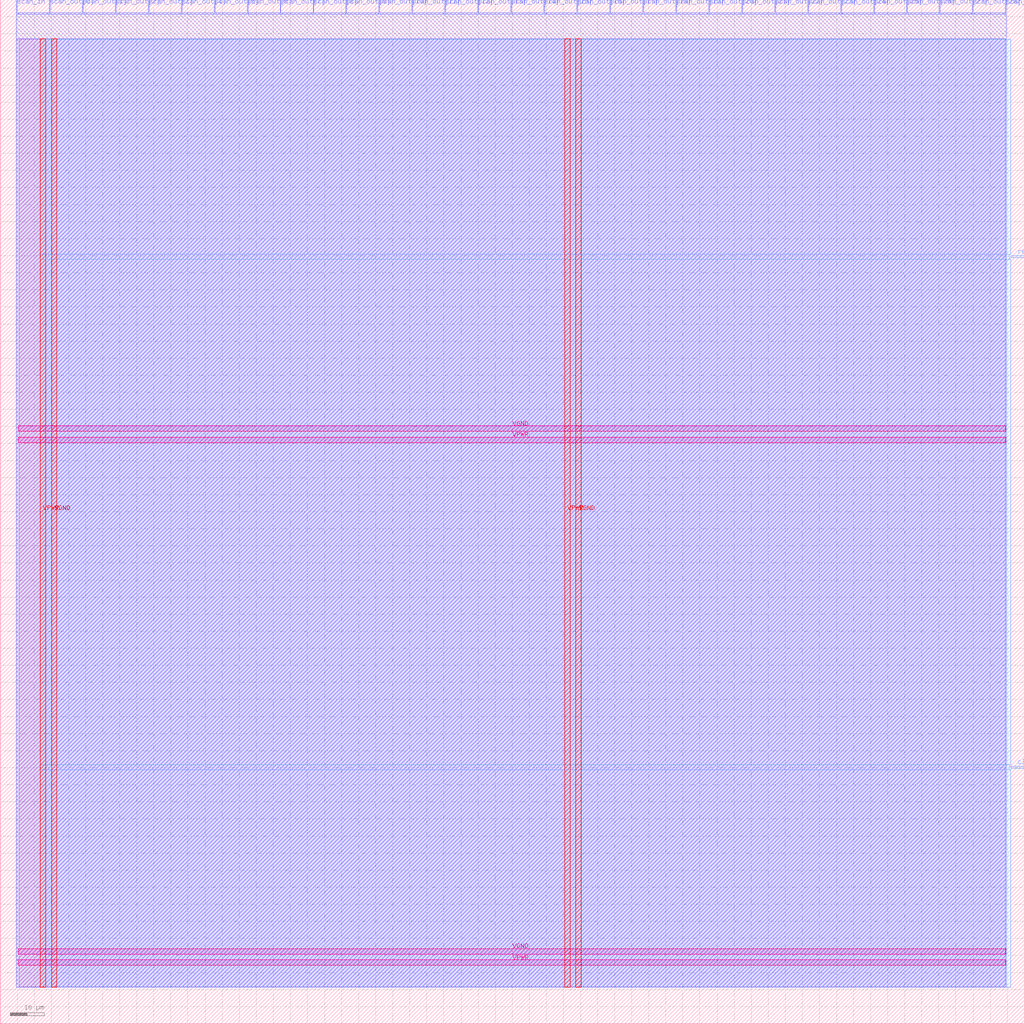
<source format=lef>
VERSION 5.7 ;
  NOWIREEXTENSIONATPIN ON ;
  DIVIDERCHAR "/" ;
  BUSBITCHARS "[]" ;
MACRO scan_chain
  CLASS BLOCK ;
  FOREIGN scan_chain ;
  ORIGIN 0.000 0.000 ;
  SIZE 300.000 BY 300.000 ;
  PIN VGND
    USE GROUND ;
    PORT
      LAYER met5 ;
        RECT 5.280 173.560 294.640 175.160 ;
    END
    PORT
      LAYER met5 ;
        RECT 5.280 20.380 294.640 21.980 ;
    END
    PORT
      LAYER met4 ;
        RECT 168.620 10.640 170.220 288.560 ;
    END
    PORT
      LAYER met4 ;
        RECT 15.020 10.640 16.620 288.560 ;
    END
  END VGND
  PIN VPWR
    USE POWER ;
    PORT
      LAYER met5 ;
        RECT 5.280 170.260 294.640 171.860 ;
    END
    PORT
      LAYER met5 ;
        RECT 5.280 17.080 294.640 18.680 ;
    END
    PORT
      LAYER met4 ;
        RECT 165.320 10.640 166.920 288.560 ;
    END
    PORT
      LAYER met4 ;
        RECT 11.720 10.640 13.320 288.560 ;
    END
  END VPWR
  PIN clk
    PORT
      LAYER met3 ;
        RECT 296.000 74.840 300.000 75.440 ;
    END
  END clk
  PIN reset
    PORT
      LAYER met3 ;
        RECT 296.000 224.440 300.000 225.040 ;
    END
  END reset
  PIN scan_in
    PORT
      LAYER met2 ;
        RECT 4.690 296.000 4.970 300.000 ;
    END
  END scan_in
  PIN scan_out[0]
    PORT
      LAYER met2 ;
        RECT 14.350 296.000 14.630 300.000 ;
    END
  END scan_out[0]
  PIN scan_out[10]
    PORT
      LAYER met2 ;
        RECT 110.950 296.000 111.230 300.000 ;
    END
  END scan_out[10]
  PIN scan_out[11]
    PORT
      LAYER met2 ;
        RECT 120.610 296.000 120.890 300.000 ;
    END
  END scan_out[11]
  PIN scan_out[12]
    PORT
      LAYER met2 ;
        RECT 130.270 296.000 130.550 300.000 ;
    END
  END scan_out[12]
  PIN scan_out[13]
    PORT
      LAYER met2 ;
        RECT 139.930 296.000 140.210 300.000 ;
    END
  END scan_out[13]
  PIN scan_out[14]
    PORT
      LAYER met2 ;
        RECT 149.590 296.000 149.870 300.000 ;
    END
  END scan_out[14]
  PIN scan_out[15]
    PORT
      LAYER met2 ;
        RECT 159.250 296.000 159.530 300.000 ;
    END
  END scan_out[15]
  PIN scan_out[16]
    PORT
      LAYER met2 ;
        RECT 168.910 296.000 169.190 300.000 ;
    END
  END scan_out[16]
  PIN scan_out[17]
    PORT
      LAYER met2 ;
        RECT 178.570 296.000 178.850 300.000 ;
    END
  END scan_out[17]
  PIN scan_out[18]
    PORT
      LAYER met2 ;
        RECT 188.230 296.000 188.510 300.000 ;
    END
  END scan_out[18]
  PIN scan_out[19]
    PORT
      LAYER met2 ;
        RECT 197.890 296.000 198.170 300.000 ;
    END
  END scan_out[19]
  PIN scan_out[1]
    PORT
      LAYER met2 ;
        RECT 24.010 296.000 24.290 300.000 ;
    END
  END scan_out[1]
  PIN scan_out[20]
    PORT
      LAYER met2 ;
        RECT 207.550 296.000 207.830 300.000 ;
    END
  END scan_out[20]
  PIN scan_out[21]
    PORT
      LAYER met2 ;
        RECT 217.210 296.000 217.490 300.000 ;
    END
  END scan_out[21]
  PIN scan_out[22]
    PORT
      LAYER met2 ;
        RECT 226.870 296.000 227.150 300.000 ;
    END
  END scan_out[22]
  PIN scan_out[23]
    PORT
      LAYER met2 ;
        RECT 236.530 296.000 236.810 300.000 ;
    END
  END scan_out[23]
  PIN scan_out[24]
    PORT
      LAYER met2 ;
        RECT 246.190 296.000 246.470 300.000 ;
    END
  END scan_out[24]
  PIN scan_out[25]
    PORT
      LAYER met2 ;
        RECT 255.850 296.000 256.130 300.000 ;
    END
  END scan_out[25]
  PIN scan_out[26]
    PORT
      LAYER met2 ;
        RECT 265.510 296.000 265.790 300.000 ;
    END
  END scan_out[26]
  PIN scan_out[27]
    PORT
      LAYER met2 ;
        RECT 275.170 296.000 275.450 300.000 ;
    END
  END scan_out[27]
  PIN scan_out[28]
    PORT
      LAYER met2 ;
        RECT 284.830 296.000 285.110 300.000 ;
    END
  END scan_out[28]
  PIN scan_out[29]
    PORT
      LAYER met2 ;
        RECT 294.490 296.000 294.770 300.000 ;
    END
  END scan_out[29]
  PIN scan_out[2]
    PORT
      LAYER met2 ;
        RECT 33.670 296.000 33.950 300.000 ;
    END
  END scan_out[2]
  PIN scan_out[3]
    PORT
      LAYER met2 ;
        RECT 43.330 296.000 43.610 300.000 ;
    END
  END scan_out[3]
  PIN scan_out[4]
    PORT
      LAYER met2 ;
        RECT 52.990 296.000 53.270 300.000 ;
    END
  END scan_out[4]
  PIN scan_out[5]
    PORT
      LAYER met2 ;
        RECT 62.650 296.000 62.930 300.000 ;
    END
  END scan_out[5]
  PIN scan_out[6]
    PORT
      LAYER met2 ;
        RECT 72.310 296.000 72.590 300.000 ;
    END
  END scan_out[6]
  PIN scan_out[7]
    PORT
      LAYER met2 ;
        RECT 81.970 296.000 82.250 300.000 ;
    END
  END scan_out[7]
  PIN scan_out[8]
    PORT
      LAYER met2 ;
        RECT 91.630 296.000 91.910 300.000 ;
    END
  END scan_out[8]
  PIN scan_out[9]
    PORT
      LAYER met2 ;
        RECT 101.290 296.000 101.570 300.000 ;
    END
  END scan_out[9]
  OBS
      LAYER li1 ;
        RECT 5.520 10.795 294.400 288.405 ;
      LAYER met1 ;
        RECT 4.670 10.640 294.790 288.560 ;
      LAYER met2 ;
        RECT 5.250 295.720 14.070 296.210 ;
        RECT 14.910 295.720 23.730 296.210 ;
        RECT 24.570 295.720 33.390 296.210 ;
        RECT 34.230 295.720 43.050 296.210 ;
        RECT 43.890 295.720 52.710 296.210 ;
        RECT 53.550 295.720 62.370 296.210 ;
        RECT 63.210 295.720 72.030 296.210 ;
        RECT 72.870 295.720 81.690 296.210 ;
        RECT 82.530 295.720 91.350 296.210 ;
        RECT 92.190 295.720 101.010 296.210 ;
        RECT 101.850 295.720 110.670 296.210 ;
        RECT 111.510 295.720 120.330 296.210 ;
        RECT 121.170 295.720 129.990 296.210 ;
        RECT 130.830 295.720 139.650 296.210 ;
        RECT 140.490 295.720 149.310 296.210 ;
        RECT 150.150 295.720 158.970 296.210 ;
        RECT 159.810 295.720 168.630 296.210 ;
        RECT 169.470 295.720 178.290 296.210 ;
        RECT 179.130 295.720 187.950 296.210 ;
        RECT 188.790 295.720 197.610 296.210 ;
        RECT 198.450 295.720 207.270 296.210 ;
        RECT 208.110 295.720 216.930 296.210 ;
        RECT 217.770 295.720 226.590 296.210 ;
        RECT 227.430 295.720 236.250 296.210 ;
        RECT 237.090 295.720 245.910 296.210 ;
        RECT 246.750 295.720 255.570 296.210 ;
        RECT 256.410 295.720 265.230 296.210 ;
        RECT 266.070 295.720 274.890 296.210 ;
        RECT 275.730 295.720 284.550 296.210 ;
        RECT 285.390 295.720 294.210 296.210 ;
        RECT 4.700 10.695 294.760 295.720 ;
      LAYER met3 ;
        RECT 11.730 225.440 296.000 288.485 ;
        RECT 11.730 224.040 295.600 225.440 ;
        RECT 11.730 75.840 296.000 224.040 ;
        RECT 11.730 74.440 295.600 75.840 ;
        RECT 11.730 10.715 296.000 74.440 ;
  END
END scan_chain
END LIBRARY


</source>
